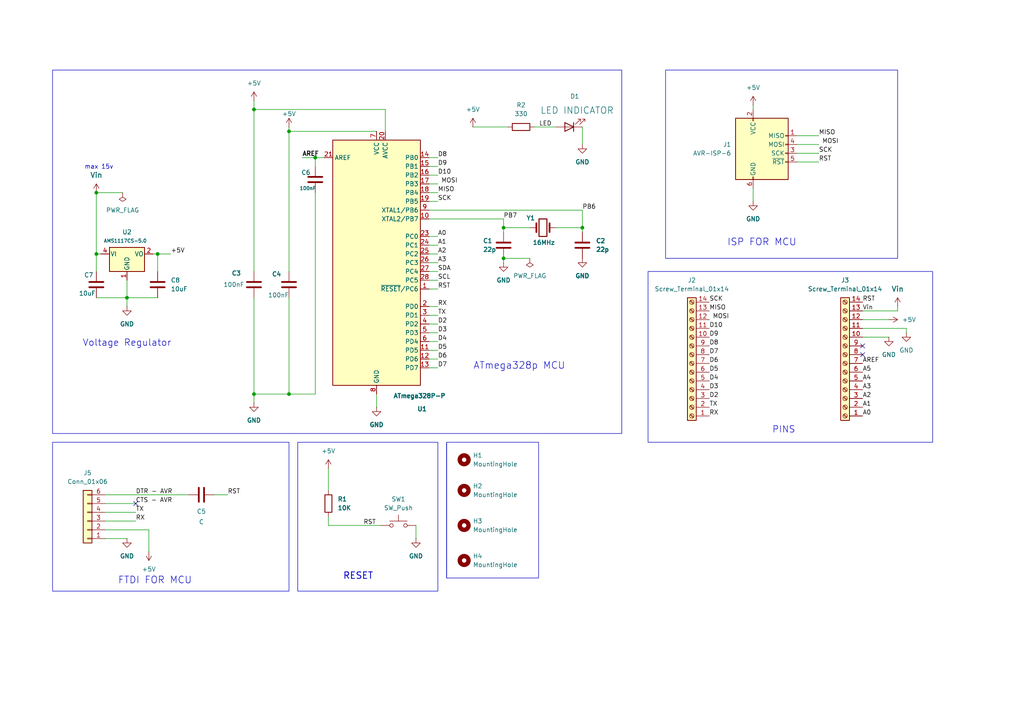
<source format=kicad_sch>
(kicad_sch (version 20250114) (generator "eeschema") (generator_version "9.0")
  (paper "A4")
  (lib_symbols
    (symbol "Connector:AVR-ISP-6" (pin_names (offset 1.016))
      (property "Reference" "J" (at -6.35 11.43 0))
      (property "Value" "AVR-ISP-6" (at 0 11.43 0))
      (symbol "AVR-ISP-6_0_1"
        (rectangle (start -2.667 10.16) (end -2.413 9.398))
        (rectangle (start -2.667 -6.858) (end -2.413 -7.62))
        (rectangle (start 7.62 10.16) (end -7.62 -7.62) (stroke (width 0.254)) (fill (type background)))
        (rectangle (start 7.62 5.207) (end 6.858 4.953))
        (rectangle (start 7.62 2.667) (end 6.858 2.413))
        (rectangle (start 7.62 0.127) (end 6.858 -0.127))
        (rectangle (start 7.62 -2.413) (end 6.858 -2.667))
      )
      (symbol "AVR-ISP-6_1_1"
        (pin passive line (at -2.54 12.7 270) (length 2.54) (name "VCC") (number "2"))
        (pin passive line (at -2.54 -10.16 90) (length 2.54) (name "GND") (number "6"))
        (pin passive line (at 10.16 5.08 180) (length 2.54) (name "MISO") (number "1"))
        (pin passive line (at 10.16 2.54 180) (length 2.54) (name "MOSI") (number "4"))
        (pin passive line (at 10.16 0 180) (length 2.54) (name "SCK") (number "3"))
        (pin passive line (at 10.16 -2.54 180) (length 2.54) (name "~{RST}") (number "5"))
      )
    )
    (symbol "Connector:Screw_Terminal_01x14" (pin_names (offset 1.016) (hide yes))
      (property "Reference" "J" (at 0 17.78 0))
      (property "Value" "Screw_Terminal_01x14" (at 0 -20.32 0))
      (symbol "Screw_Terminal_01x14_1_1"
        (rectangle (start -1.27 16.51) (end 1.27 -19.05) (stroke (width 0.254)) (fill (type background)))
        (polyline (pts (xy -0.5334 15.5702) (xy 0.3302 14.732)) (stroke (width 0.1524)))
        (polyline (pts (xy -0.5334 13.0302) (xy 0.3302 12.192)) (stroke (width 0.1524)))
        (polyline (pts (xy -0.5334 10.4902) (xy 0.3302 9.652)) (stroke (width 0.1524)))
        (polyline (pts (xy -0.5334 7.9502) (xy 0.3302 7.112)) (stroke (width 0.1524)))
        (polyline (pts (xy -0.5334 5.4102) (xy 0.3302 4.572)) (stroke (width 0.1524)))
        (polyline (pts (xy -0.5334 2.8702) (xy 0.3302 2.032)) (stroke (width 0.1524)))
        (polyline (pts (xy -0.5334 0.3302) (xy 0.3302 -0.508)) (stroke (width 0.1524)))
        (polyline (pts (xy -0.5334 -2.2098) (xy 0.3302 -3.048)) (stroke (width 0.1524)))
        (polyline (pts (xy -0.5334 -4.7498) (xy 0.3302 -5.588)) (stroke (width 0.1524)))
        (polyline (pts (xy -0.5334 -7.2898) (xy 0.3302 -8.128)) (stroke (width 0.1524)))
        (polyline (pts (xy -0.5334 -9.8298) (xy 0.3302 -10.668)) (stroke (width 0.1524)))
        (polyline (pts (xy -0.5334 -12.3698) (xy 0.3302 -13.208)) (stroke (width 0.1524)))
        (polyline (pts (xy -0.5334 -14.9098) (xy 0.3302 -15.748)) (stroke (width 0.1524)))
        (polyline (pts (xy -0.5334 -17.4498) (xy 0.3302 -18.288)) (stroke (width 0.1524)))
        (polyline (pts (xy -0.3556 15.748) (xy 0.508 14.9098)) (stroke (width 0.1524)))
        (polyline (pts (xy -0.3556 13.208) (xy 0.508 12.3698)) (stroke (width 0.1524)))
        (polyline (pts (xy -0.3556 10.668) (xy 0.508 9.8298)) (stroke (width 0.1524)))
        (polyline (pts (xy -0.3556 8.128) (xy 0.508 7.2898)) (stroke (width 0.1524)))
        (polyline (pts (xy -0.3556 5.588) (xy 0.508 4.7498)) (stroke (width 0.1524)))
        (polyline (pts (xy -0.3556 3.048) (xy 0.508 2.2098)) (stroke (width 0.1524)))
        (polyline (pts (xy -0.3556 0.508) (xy 0.508 -0.3302)) (stroke (width 0.1524)))
        (polyline (pts (xy -0.3556 -2.032) (xy 0.508 -2.8702)) (stroke (width 0.1524)))
        (polyline (pts (xy -0.3556 -4.572) (xy 0.508 -5.4102)) (stroke (width 0.1524)))
        (polyline (pts (xy -0.3556 -7.112) (xy 0.508 -7.9502)) (stroke (width 0.1524)))
        (polyline (pts (xy -0.3556 -9.652) (xy 0.508 -10.4902)) (stroke (width 0.1524)))
        (polyline (pts (xy -0.3556 -12.192) (xy 0.508 -13.0302)) (stroke (width 0.1524)))
        (polyline (pts (xy -0.3556 -14.732) (xy 0.508 -15.5702)) (stroke (width 0.1524)))
        (polyline (pts (xy -0.3556 -17.272) (xy 0.508 -18.1102)) (stroke (width 0.1524)))
        (circle (center 0 15.24) (radius 0.635) (stroke (width 0.1524)))
        (circle (center 0 12.7) (radius 0.635) (stroke (width 0.1524)))
        (circle (center 0 10.16) (radius 0.635) (stroke (width 0.1524)))
        (circle (center 0 7.62) (radius 0.635) (stroke (width 0.1524)))
        (circle (center 0 5.08) (radius 0.635) (stroke (width 0.1524)))
        (circle (center 0 2.54) (radius 0.635) (stroke (width 0.1524)))
        (circle (center 0 0) (radius 0.635) (stroke (width 0.1524)))
        (circle (center 0 -2.54) (radius 0.635) (stroke (width 0.1524)))
        (circle (center 0 -5.08) (radius 0.635) (stroke (width 0.1524)))
        (circle (center 0 -7.62) (radius 0.635) (stroke (width 0.1524)))
        (circle (center 0 -10.16) (radius 0.635) (stroke (width 0.1524)))
        (circle (center 0 -12.7) (radius 0.635) (stroke (width 0.1524)))
        (circle (center 0 -15.24) (radius 0.635) (stroke (width 0.1524)))
        (circle (center 0 -17.78) (radius 0.635) (stroke (width 0.1524)))
        (pin passive line (at -5.08 15.24 0) (length 3.81) (name "Pin_1") (number "1"))
        (pin passive line (at -5.08 12.7 0) (length 3.81) (name "Pin_2") (number "2"))
        (pin passive line (at -5.08 10.16 0) (length 3.81) (name "Pin_3") (number "3"))
        (pin passive line (at -5.08 7.62 0) (length 3.81) (name "Pin_4") (number "4"))
        (pin passive line (at -5.08 5.08 0) (length 3.81) (name "Pin_5") (number "5"))
        (pin passive line (at -5.08 2.54 0) (length 3.81) (name "Pin_6") (number "6"))
        (pin passive line (at -5.08 0 0) (length 3.81) (name "Pin_7") (number "7"))
        (pin passive line (at -5.08 -2.54 0) (length 3.81) (name "Pin_8") (number "8"))
        (pin passive line (at -5.08 -5.08 0) (length 3.81) (name "Pin_9") (number "9"))
        (pin passive line (at -5.08 -7.62 0) (length 3.81) (name "Pin_10") (number "10"))
        (pin passive line (at -5.08 -10.16 0) (length 3.81) (name "Pin_11") (number "11"))
        (pin passive line (at -5.08 -12.7 0) (length 3.81) (name "Pin_12") (number "12"))
        (pin passive line (at -5.08 -15.24 0) (length 3.81) (name "Pin_13") (number "13"))
        (pin passive line (at -5.08 -17.78 0) (length 3.81) (name "Pin_14") (number "14"))
      )
    )
    (symbol "Connector_Generic:Conn_01x06" (pin_names (offset 1.016) (hide yes))
      (property "Reference" "J" (at 0 7.62 0))
      (property "Value" "Conn_01x06" (at 0 -10.16 0))
      (symbol "Conn_01x06_1_1"
        (rectangle (start -1.27 6.35) (end 1.27 -8.89) (stroke (width 0.254)) (fill (type background)))
        (rectangle (start -1.27 5.207) (end 0 4.953) (stroke (width 0.1524)))
        (rectangle (start -1.27 2.667) (end 0 2.413) (stroke (width 0.1524)))
        (rectangle (start -1.27 0.127) (end 0 -0.127) (stroke (width 0.1524)))
        (rectangle (start -1.27 -2.413) (end 0 -2.667) (stroke (width 0.1524)))
        (rectangle (start -1.27 -4.953) (end 0 -5.207) (stroke (width 0.1524)))
        (rectangle (start -1.27 -7.493) (end 0 -7.747) (stroke (width 0.1524)))
        (pin passive line (at -5.08 5.08 0) (length 3.81) (name "Pin_1") (number "1"))
        (pin passive line (at -5.08 2.54 0) (length 3.81) (name "Pin_2") (number "2"))
        (pin passive line (at -5.08 0 0) (length 3.81) (name "Pin_3") (number "3"))
        (pin passive line (at -5.08 -2.54 0) (length 3.81) (name "Pin_4") (number "4"))
        (pin passive line (at -5.08 -5.08 0) (length 3.81) (name "Pin_5") (number "5"))
        (pin passive line (at -5.08 -7.62 0) (length 3.81) (name "Pin_6") (number "6"))
      )
    )
    (symbol "Device:C" (pin_numbers (hide yes)) (pin_names (offset 0.254))
      (property "Reference" "C" (at 0.635 2.54 0))
      (property "Value" "C" (at 0.635 -2.54 0))
      (symbol "C_0_1"
        (polyline (pts (xy -2.032 0.762) (xy 2.032 0.762)) (stroke (width 0.508)))
        (polyline (pts (xy -2.032 -0.762) (xy 2.032 -0.762)) (stroke (width 0.508)))
      )
      (symbol "C_1_1"
        (pin passive line (at 0 3.81 270) (length 2.794) (name "~") (number "1"))
        (pin passive line (at 0 -3.81 90) (length 2.794) (name "~") (number "2"))
      )
    )
    (symbol "Device:Crystal" (pin_numbers (hide yes)) (pin_names (offset 1.016) (hide yes))
      (property "Reference" "Y" (at 0 3.81 0))
      (property "Value" "Crystal" (at 0 -3.81 0))
      (symbol "Crystal_0_1"
        (polyline (pts (xy -2.54 0) (xy -1.905 0)))
        (polyline (pts (xy -1.905 -1.27) (xy -1.905 1.27)) (stroke (width 0.508)))
        (rectangle (start -1.143 2.54) (end 1.143 -2.54) (stroke (width 0.3048)))
        (polyline (pts (xy 1.905 -1.27) (xy 1.905 1.27)) (stroke (width 0.508)))
        (polyline (pts (xy 2.54 0) (xy 1.905 0)))
      )
      (symbol "Crystal_1_1"
        (pin passive line (at -3.81 0 0) (length 1.27) (name "1") (number "1"))
        (pin passive line (at 3.81 0 180) (length 1.27) (name "2") (number "2"))
      )
    )
    (symbol "Device:LED" (pin_numbers (hide yes)) (pin_names (offset 1.016) (hide yes))
      (property "Reference" "D" (at 0 2.54 0))
      (property "Value" "LED" (at 0 -2.54 0))
      (symbol "LED_0_1"
        (polyline (pts (xy -3.048 -0.762) (xy -4.572 -2.286) (xy -3.81 -2.286) (xy -4.572 -2.286) (xy -4.572 -1.524)))
        (polyline (pts (xy -1.778 -0.762) (xy -3.302 -2.286) (xy -2.54 -2.286) (xy -3.302 -2.286) (xy -3.302 -1.524)))
        (polyline (pts (xy -1.27 0) (xy 1.27 0)))
        (polyline (pts (xy -1.27 -1.27) (xy -1.27 1.27)) (stroke (width 0.254)))
        (polyline (pts (xy 1.27 -1.27) (xy 1.27 1.27) (xy -1.27 0) (xy 1.27 -1.27)) (stroke (width 0.254)))
      )
      (symbol "LED_1_1"
        (pin passive line (at -3.81 0 0) (length 2.54) (name "K") (number "1"))
        (pin passive line (at 3.81 0 180) (length 2.54) (name "A") (number "2"))
      )
    )
    (symbol "Device:R" (pin_numbers (hide yes)) (pin_names (offset 0))
      (property "Reference" "R" (at 2.032 0 90))
      (property "Value" "R" (at 0 0 90))
      (symbol "R_0_1"
        (rectangle (start -1.016 -2.54) (end 1.016 2.54) (stroke (width 0.254)))
      )
      (symbol "R_1_1"
        (pin passive line (at 0 3.81 270) (length 1.27) (name "~") (number "1"))
        (pin passive line (at 0 -3.81 90) (length 1.27) (name "~") (number "2"))
      )
    )
    (symbol "MCU_Microchip_ATmega:ATmega328P-P"
      (property "Reference" "U" (at -12.7 36.83 0))
      (property "Value" "ATmega328P-P" (at 2.54 -36.83 0))
      (symbol "ATmega328P-P_0_1"
        (rectangle (start -12.7 -35.56) (end 12.7 35.56) (stroke (width 0.254)) (fill (type background)))
      )
      (symbol "ATmega328P-P_1_1"
        (pin passive line (at -15.24 30.48 0) (length 2.54) (name "AREF") (number "21"))
        (pin power_in line (at 0 38.1 270) (length 2.54) (name "VCC") (number "7"))
        (pin passive line (at 0 -38.1 90) (length 2.54) (hide yes) (name "GND") (number "22"))
        (pin power_in line (at 0 -38.1 90) (length 2.54) (name "GND") (number "8"))
        (pin power_in line (at 2.54 38.1 270) (length 2.54) (name "AVCC") (number "20"))
        (pin bidirectional line (at 15.24 30.48 180) (length 2.54) (name "PB0") (number "14"))
        (pin bidirectional line (at 15.24 27.94 180) (length 2.54) (name "PB1") (number "15"))
        (pin bidirectional line (at 15.24 25.4 180) (length 2.54) (name "PB2") (number "16"))
        (pin bidirectional line (at 15.24 22.86 180) (length 2.54) (name "PB3") (number "17"))
        (pin bidirectional line (at 15.24 20.32 180) (length 2.54) (name "PB4") (number "18"))
        (pin bidirectional line (at 15.24 17.78 180) (length 2.54) (name "PB5") (number "19"))
        (pin bidirectional line (at 15.24 15.24 180) (length 2.54) (name "XTAL1/PB6") (number "9"))
        (pin bidirectional line (at 15.24 12.7 180) (length 2.54) (name "XTAL2/PB7") (number "10"))
        (pin bidirectional line (at 15.24 7.62 180) (length 2.54) (name "PC0") (number "23"))
        (pin bidirectional line (at 15.24 5.08 180) (length 2.54) (name "PC1") (number "24"))
        (pin bidirectional line (at 15.24 2.54 180) (length 2.54) (name "PC2") (number "25"))
        (pin bidirectional line (at 15.24 0 180) (length 2.54) (name "PC3") (number "26"))
        (pin bidirectional line (at 15.24 -2.54 180) (length 2.54) (name "PC4") (number "27"))
        (pin bidirectional line (at 15.24 -5.08 180) (length 2.54) (name "PC5") (number "28"))
        (pin bidirectional line (at 15.24 -7.62 180) (length 2.54) (name "~{RESET}/PC6") (number "1"))
        (pin bidirectional line (at 15.24 -12.7 180) (length 2.54) (name "PD0") (number "2"))
        (pin bidirectional line (at 15.24 -15.24 180) (length 2.54) (name "PD1") (number "3"))
        (pin bidirectional line (at 15.24 -17.78 180) (length 2.54) (name "PD2") (number "4"))
        (pin bidirectional line (at 15.24 -20.32 180) (length 2.54) (name "PD3") (number "5"))
        (pin bidirectional line (at 15.24 -22.86 180) (length 2.54) (name "PD4") (number "6"))
        (pin bidirectional line (at 15.24 -25.4 180) (length 2.54) (name "PD5") (number "11"))
        (pin bidirectional line (at 15.24 -27.94 180) (length 2.54) (name "PD6") (number "12"))
        (pin bidirectional line (at 15.24 -30.48 180) (length 2.54) (name "PD7") (number "13"))
      )
    )
    (symbol "Mechanical:MountingHole" (pin_names (offset 1.016)) (in_bom no)
      (property "Reference" "H" (at 0 5.08 0))
      (property "Value" "MountingHole" (at 0 3.175 0))
      (symbol "MountingHole_0_1"
        (circle (center 0 0) (radius 1.27) (stroke (width 1.27)))
      )
    )
    (symbol "Regulator_Linear:AMS1117CS-5.0" (pin_names (offset 0.254))
      (property "Reference" "U" (at -3.81 3.175 0))
      (property "Value" "AMS1117CS-5.0" (at 0 3.175 0))
      (symbol "AMS1117CS-5.0_0_1"
        (rectangle (start -5.08 -5.08) (end 5.08 1.905) (stroke (width 0.254)) (fill (type background)))
      )
      (symbol "AMS1117CS-5.0_1_1"
        (pin power_in line (at -7.62 0 0) (length 2.54) (name "VI") (number "4"))
        (pin no_connect line (at -2.54 -2.54 180) (length 2.54) (hide yes) (name "NC") (number "5"))
        (pin power_in line (at 0 -7.62 90) (length 2.54) (name "GND") (number "1"))
        (pin no_connect line (at 2.54 -2.54 0) (length 2.54) (hide yes) (name "NC") (number "8"))
        (pin power_out line (at 7.62 0 180) (length 2.54) (name "VO") (number "2"))
        (pin passive line (at 7.62 0 180) (length 2.54) (hide yes) (name "VO") (number "3"))
        (pin passive line (at 7.62 0 180) (length 2.54) (hide yes) (name "VO") (number "6"))
        (pin passive line (at 7.62 0 180) (length 2.54) (hide yes) (name "VO") (number "7"))
      )
    )
    (symbol "Switch:SW_Push" (pin_numbers (hide yes)) (pin_names (offset 1.016) (hide yes))
      (property "Reference" "SW" (at 1.27 2.54 0))
      (property "Value" "SW_Push" (at 0 -1.524 0))
      (symbol "SW_Push_0_1"
        (circle (center -2.032 0) (radius 0.508))
        (polyline (pts (xy 0 1.27) (xy 0 3.048)))
        (circle (center 2.032 0) (radius 0.508))
        (polyline (pts (xy 2.54 1.27) (xy -2.54 1.27)))
        (pin passive line (at -5.08 0 0) (length 2.54) (name "1") (number "1"))
        (pin passive line (at 5.08 0 180) (length 2.54) (name "2") (number "2"))
      )
    )
    (symbol "power:+5V" (power) (pin_numbers (hide yes)) (pin_names (offset 0) (hide yes))
      (property "Value" "+5V" (at 0 3.556 0))
      (symbol "+5V_0_1"
        (polyline (pts (xy -0.762 1.27) (xy 0 2.54)))
        (polyline (pts (xy 0 2.54) (xy 0.762 1.27)))
        (polyline (pts (xy 0 0) (xy 0 2.54)))
      )
      (symbol "+5V_1_1"
        (pin power_in line (at 0 0 90) (length 0) (name "~") (number "1"))
      )
    )
    (symbol "power:GND" (power) (pin_numbers (hide yes)) (pin_names (offset 0) (hide yes))
      (property "Value" "GND" (at 0 -3.81 0))
      (symbol "GND_0_1"
        (polyline (pts (xy 0 0) (xy 0 -1.27) (xy 1.27 -1.27) (xy 0 -2.54) (xy -1.27 -1.27) (xy 0 -1.27)))
      )
      (symbol "GND_1_1"
        (pin power_in line (at 0 0 270) (length 0) (name "~") (number "1"))
      )
    )
    (symbol "power:PWR_FLAG" (power) (pin_numbers (hide yes)) (pin_names (offset 0) (hide yes))
      (property "Value" "PWR_FLAG" (at 0 3.81 0))
      (symbol "PWR_FLAG_0_0"
        (pin power_out line (at 0 0 90) (length 0) (name "~") (number "1"))
      )
      (symbol "PWR_FLAG_0_1"
        (polyline (pts (xy 0 0) (xy 0 1.27) (xy -1.016 1.905) (xy 0 2.54) (xy 1.016 1.905) (xy 0 1.27)))
      )
    )
  )
  (rectangle (start 15.24 128.27) (end 83.82 171.45))
  (rectangle (start 86.36 128.27) (end 127 171.45))
  (rectangle (start 129.54 128.27) (end 156.21 167.64))
  (rectangle (start 129.54 128.27) (end 129.54 167.64))
  (rectangle (start 193.04 20.32) (end 260.35 74.93))
  (rectangle (start 187.96 78.74) (end 270.51 128.27))
  (rectangle (start 15.24 20.32) (end 180.34 125.73))
  (text "ATmega328p MCU" (at 150.622 106.172 0) (effects (font (size 1.99 1.99))))
  (text "max 15v" (at 28.702 48.514 0) (effects (font (size 1.27 1.27))))
  (text "FTDI FOR MCU" (at 44.958 168.402 0) (effects (font (size 1.99 1.99))))
  (text "RESET" (at 103.886 167.132 0) (effects (font (size 1.9 1.9) (thickness 0.2375))))
  (text "ISP FOR MCU" (at 220.98 70.358 0) (effects (font (size 1.99 1.99))))
  (text "PINS" (at 227.33 124.714 0) (effects (font (size 1.9 1.9))))
  (text "Voltage Regulator" (at 36.83 99.568 0) (effects (font (size 1.9 1.9))))
  (junction (at 45.72 73.66))
  (junction (at 73.66 31.75))
  (junction (at 146.05 74.93))
  (junction (at 73.66 114.3))
  (junction (at 36.83 86.36))
  (junction (at 83.82 38.1))
  (junction (at 83.82 114.3))
  (junction (at 146.05 66.04))
  (junction (at 27.94 73.66))
  (junction (at 27.94 55.88))
  (junction (at 168.91 66.04))
  (junction (at 91.44 45.72))
  (no_connect (at 250.19 102.87))
  (no_connect (at 250.19 100.33))
  (no_connect (at 39.37 146.05))
  (wire (pts (xy 73.66 29.21) (xy 73.66 31.75)))
  (wire (pts (xy 91.44 114.3) (xy 83.82 114.3)))
  (wire (pts (xy 91.44 45.72) (xy 93.98 45.72)))
  (wire (pts (xy 124.46 73.66) (xy 127 73.66)))
  (wire (pts (xy 124.46 96.52) (xy 127 96.52)))
  (wire (pts (xy 43.18 153.67) (xy 43.18 160.02)))
  (wire (pts (xy 45.72 73.66) (xy 44.45 73.66)))
  (wire (pts (xy 45.72 86.36) (xy 36.83 86.36)))
  (wire (pts (xy 124.46 68.58) (xy 127 68.58)))
  (wire (pts (xy 124.46 99.06) (xy 127 99.06)))
  (wire (pts (xy 45.72 78.74) (xy 45.72 73.66)))
  (wire (pts (xy 27.94 86.36) (xy 36.83 86.36)))
  (wire (pts (xy 87.63 45.72) (xy 91.44 45.72)))
  (wire (pts (xy 124.46 60.96) (xy 168.91 60.96)))
  (wire (pts (xy 250.19 92.71) (xy 257.81 92.71)))
  (wire (pts (xy 83.82 36.83) (xy 83.82 38.1)))
  (wire (pts (xy 124.46 104.14) (xy 127 104.14)))
  (wire (pts (xy 168.91 66.04) (xy 168.91 67.31)))
  (wire (pts (xy 260.35 88.9) (xy 260.35 90.17)))
  (wire (pts (xy 95.25 135.89) (xy 95.25 142.24)))
  (wire (pts (xy 124.46 101.6) (xy 127 101.6)))
  (wire (pts (xy 27.94 78.74) (xy 27.94 73.66)))
  (wire (pts (xy 260.35 90.17) (xy 250.19 90.17)))
  (wire (pts (xy 124.46 83.82) (xy 127 83.82)))
  (wire (pts (xy 153.67 74.93) (xy 146.05 74.93)))
  (wire (pts (xy 168.91 60.96) (xy 168.91 66.04)))
  (wire (pts (xy 231.14 39.37) (xy 237.49 39.37)))
  (wire (pts (xy 30.48 151.13) (xy 39.37 151.13)))
  (wire (pts (xy 83.82 86.36) (xy 83.82 114.3)))
  (wire (pts (xy 73.66 116.84) (xy 73.66 114.3)))
  (wire (pts (xy 109.22 38.1) (xy 83.82 38.1)))
  (wire (pts (xy 36.83 88.9) (xy 36.83 86.36)))
  (wire (pts (xy 218.44 30.48) (xy 218.44 31.75)))
  (wire (pts (xy 124.46 55.88) (xy 127 55.88)))
  (wire (pts (xy 83.82 114.3) (xy 73.66 114.3)))
  (wire (pts (xy 231.14 44.45) (xy 237.49 44.45)))
  (wire (pts (xy 120.65 152.4) (xy 120.65 156.21)))
  (wire (pts (xy 124.46 50.8) (xy 127 50.8)))
  (wire (pts (xy 95.25 149.86) (xy 95.25 152.4)))
  (wire (pts (xy 30.48 153.67) (xy 43.18 153.67)))
  (wire (pts (xy 146.05 76.2) (xy 146.05 74.93)))
  (wire (pts (xy 124.46 63.5) (xy 146.05 63.5)))
  (wire (pts (xy 218.44 54.61) (xy 218.44 58.42)))
  (wire (pts (xy 49.53 73.66) (xy 45.72 73.66)))
  (wire (pts (xy 91.44 45.72) (xy 91.44 48.26)))
  (wire (pts (xy 95.25 152.4) (xy 110.49 152.4)))
  (wire (pts (xy 109.22 114.3) (xy 109.22 118.11)))
  (wire (pts (xy 154.94 36.83) (xy 161.29 36.83)))
  (wire (pts (xy 124.46 71.12) (xy 127 71.12)))
  (wire (pts (xy 146.05 66.04) (xy 146.05 67.31)))
  (wire (pts (xy 73.66 31.75) (xy 111.76 31.75)))
  (wire (pts (xy 124.46 76.2) (xy 127 76.2)))
  (wire (pts (xy 168.91 36.83) (xy 168.91 41.91)))
  (wire (pts (xy 35.56 55.88) (xy 27.94 55.88)))
  (wire (pts (xy 124.46 81.28) (xy 127 81.28)))
  (wire (pts (xy 146.05 63.5) (xy 146.05 66.04)))
  (wire (pts (xy 124.46 58.42) (xy 127 58.42)))
  (wire (pts (xy 30.48 146.05) (xy 39.37 146.05)))
  (wire (pts (xy 124.46 106.68) (xy 127 106.68)))
  (wire (pts (xy 250.19 97.79) (xy 257.81 97.79)))
  (wire (pts (xy 137.16 36.83) (xy 147.32 36.83)))
  (wire (pts (xy 124.46 48.26) (xy 127 48.26)))
  (wire (pts (xy 124.46 53.34) (xy 127 53.34)))
  (wire (pts (xy 66.04 143.51) (xy 62.23 143.51)))
  (wire (pts (xy 161.29 66.04) (xy 168.91 66.04)))
  (wire (pts (xy 30.48 156.21) (xy 36.83 156.21)))
  (wire (pts (xy 83.82 38.1) (xy 83.82 78.74)))
  (wire (pts (xy 30.48 143.51) (xy 54.61 143.51)))
  (wire (pts (xy 111.76 38.1) (xy 111.76 31.75)))
  (wire (pts (xy 124.46 88.9) (xy 127 88.9)))
  (wire (pts (xy 124.46 78.74) (xy 127 78.74)))
  (wire (pts (xy 153.67 66.04) (xy 146.05 66.04)))
  (wire (pts (xy 30.48 148.59) (xy 39.37 148.59)))
  (wire (pts (xy 124.46 93.98) (xy 127 93.98)))
  (wire (pts (xy 262.89 95.25) (xy 262.89 96.52)))
  (wire (pts (xy 250.19 95.25) (xy 262.89 95.25)))
  (wire (pts (xy 73.66 31.75) (xy 73.66 78.74)))
  (wire (pts (xy 91.44 55.88) (xy 91.44 114.3)))
  (wire (pts (xy 73.66 86.36) (xy 73.66 114.3)))
  (wire (pts (xy 27.94 73.66) (xy 29.21 73.66)))
  (wire (pts (xy 27.94 55.88) (xy 27.94 73.66)))
  (wire (pts (xy 231.14 41.91) (xy 237.49 41.91)))
  (wire (pts (xy 231.14 46.99) (xy 237.49 46.99)))
  (wire (pts (xy 36.83 81.28) (xy 36.83 86.36)))
  (wire (pts (xy 124.46 45.72) (xy 127 45.72)))
  (wire (pts (xy 124.46 91.44) (xy 127 91.44)))
  (label "SCK" (at 127 58.42 0))
  (label "D4" (at 205.74 110.49 0))
  (label "A1" (at 127 71.12 0))
  (label "Vin" (at 250.19 90.17 0))
  (label "SCK" (at 205.74 87.63 0))
  (label "D10" (at 127 50.8 0))
  (label "PB6" (at 168.91 60.96 0))
  (label "A3" (at 250.19 113.03 0))
  (label "D4" (at 127 99.06 0))
  (label "RX" (at 127 88.9 0))
  (label "TX" (at 205.74 118.11 0))
  (label "SCL" (at 127 81.28 0))
  (label " MOSI" (at 127 53.34 0))
  (label " MOSI" (at 205.74 92.71 0))
  (label "D6" (at 127 104.14 0))
  (label "PB7" (at 146.05 63.5 0))
  (label "CTS - AVR" (at 39.37 146.05 0))
  (label "RST " (at 127 83.82 0))
  (label "+5V" (at 49.53 73.66 0))
  (label "RST " (at 105.41 152.4 0))
  (label "A0" (at 250.19 120.65 0))
  (label "D8" (at 205.74 100.33 0))
  (label "D3" (at 127 96.52 0))
  (label "A5" (at 250.19 107.95 0))
  (label "RST " (at 66.04 143.51 0))
  (label "MISO" (at 237.49 39.37 0))
  (label "D8" (at 127 45.72 0))
  (label "A3" (at 127 76.2 0))
  (label "D9" (at 127 48.26 0))
  (label "SDA" (at 127 78.74 0))
  (label "D9" (at 205.74 97.79 0))
  (label "TX" (at 127 91.44 0))
  (label "D5" (at 127 101.6 0))
  (label "LED" (at 160.02 36.83 180))
  (label "RX" (at 205.74 120.65 0))
  (label "D2" (at 205.74 115.57 0))
  (label "RST " (at 250.19 87.63 0))
  (label "D5" (at 205.74 107.95 0))
  (label "D3" (at 205.74 113.03 0))
  (label "DTR - AVR" (at 39.37 143.51 0))
  (label "D10" (at 205.74 95.25 0))
  (label "RX" (at 39.37 151.13 0))
  (label "RST " (at 237.49 46.99 0))
  (label "MISO" (at 127 55.88 0))
  (label "TX" (at 39.37 148.59 0))
  (label "A0" (at 127 68.58 0))
  (label "MISO" (at 205.74 90.17 0))
  (label "AREF" (at 87.63 45.72 0) (effects (font (thickness 0.254) (bold yes))))
  (label "A2" (at 250.19 115.57 0))
  (label "SCK" (at 237.49 44.45 0))
  (label " MOSI" (at 237.49 41.91 0))
  (label "AREF" (at 250.19 105.41 0) (effects (font (thickness 0.1588))))
  (label "D7" (at 205.74 102.87 0))
  (label "A2" (at 127 73.66 0))
  (label "A4" (at 250.19 110.49 0))
  (label "A1" (at 250.19 118.11 0))
  (label "D2" (at 127 93.98 0))
  (label "D6" (at 205.74 105.41 0))
  (label "D7" (at 127 106.68 0))
  (symbol (lib_id "power:GND") (at 146.05 76.2 0) (unit 1)
    (property "Reference" "#PWR01" (effects (hide yes)))
    (property "Value" "GND" (at 146.05 81.28 0) (effects (font (thickness 0.254) (bold yes))))
    (property "Description" "Power symbol creates a global label with name \"GND\" , ground" (effects (hide yes)))
  )
  (symbol (lib_id "power:GND") (at 73.66 116.84 0) (unit 1)
    (property "Reference" "#PWR05" (effects (hide yes)))
    (property "Value" "GND" (at 73.66 121.92 0) (effects (font (thickness 0.254) (bold yes))))
    (property "Description" "Power symbol creates a global label with name \"GND\" , ground" (effects (hide yes)))
  )
  (symbol (lib_id "power:GND") (at 109.22 118.11 0) (unit 1)
    (property "Reference" "#PWR03" (effects (hide yes)))
    (property "Value" "GND" (at 109.22 123.19 0) (effects (font (thickness 0.254) (bold yes))))
    (property "Description" "Power symbol creates a global label with name \"GND\" , ground" (effects (hide yes)))
  )
  (symbol (lib_id "power:GND") (at 257.81 97.79 0) (unit 1)
    (property "Reference" "#PWR018" (effects (hide yes)))
    (property "Value" "GND" (at 257.81 102.87 0))
    (property "Description" "Power symbol creates a global label with name \"GND\" , ground" (effects (hide yes)))
  )
  (symbol (lib_id "power:+5V") (at 257.81 92.71 270) (unit 1)
    (property "Reference" "#PWR017" (effects (hide yes)))
    (property "Value" "+5V" (at 261.62 92.7099 90) (effects (justify left)))
    (property "Description" "Power symbol creates a global label with name \"+5V\"" (effects (hide yes)))
  )
  (symbol (lib_id "power:+5V") (at 95.25 135.89 0) (unit 1)
    (property "Reference" "#PWR016" (effects (hide yes)))
    (property "Value" "+5V" (at 95.25 130.81 0))
    (property "Description" "Power symbol creates a global label with name \"+5V\"" (effects (hide yes)))
  )
  (symbol (lib_id "Mechanical:MountingHole") (at 134.62 152.4 0) (unit 1) (in_bom no)
    (property "Reference" "H3" (at 137.16 151.1299 0) (effects (justify left)))
    (property "Value" "MountingHole" (at 137.16 153.6699 0) (effects (justify left)))
    (property "Footprint" "MountingHole:MountingHole_2.2mm_M2" (effects (hide yes)))
    (property "Description" "Mounting Hole without connection" (effects (hide yes)))
  )
  (symbol (lib_id "power:PWR_FLAG") (at 35.56 55.88 180) (unit 1)
    (property "Reference" "#FLG02" (effects (hide yes)))
    (property "Value" "PWR_FLAG" (at 35.56 60.96 0))
    (property "Description" "Special symbol for telling ERC where power comes from" (effects (hide yes)))
  )
  (symbol (lib_id "Device:R") (at 95.25 146.05 0) (unit 1)
    (property "Reference" "R1" (at 97.79 144.78 0) (effects (font (thickness 0.254) (bold yes)) (justify left)))
    (property "Value" "10K" (at 97.79 147.32 0) (effects (font (thickness 0.254) (bold yes)) (justify left)))
    (property "Footprint" "Resistor_SMD:R_0805_2012Metric" (effects (hide yes)))
    (property "Description" "Resistor" (effects (hide yes)))
  )
  (symbol (lib_id "power:+5V") (at 260.35 88.9 0) (unit 1)
    (property "Reference" "#PWR020" (effects (hide yes)))
    (property "Value" "Vin" (at 260.35 83.82 0) (effects (font (size 1.5 1.5) (thickness 0.254) (bold yes))))
    (property "Description" "Power symbol creates a global label with name \"+5V\"" (effects (hide yes)))
  )
  (symbol (lib_id "power:+5V") (at 73.66 29.21 0) (unit 1)
    (property "Reference" "#PWR09" (effects (hide yes)))
    (property "Value" "+5V" (at 73.66 24.13 0))
    (property "Description" "Power symbol creates a global label with name \"+5V\"" (effects (hide yes)))
  )
  (symbol (lib_id "Switch:SW_Push") (at 115.57 152.4 0) (unit 1)
    (property "Reference" "SW1" (at 115.57 144.78 0))
    (property "Value" "SW_Push" (at 115.57 147.32 0))
    (property "Footprint" "Button_Switch_THT:SW_PUSH_6mm" (effects (hide yes)))
    (property "Description" "Push button switch, generic, two pins" (effects (hide yes)))
  )
  (symbol (lib_id "Device:R") (at 151.13 36.83 90) (unit 1)
    (property "Reference" "R2" (at 151.13 30.48 90))
    (property "Value" "330" (at 151.13 33.02 90))
    (property "Footprint" "Resistor_SMD:R_0805_2012Metric" (effects (hide yes)))
    (property "Description" "Resistor" (effects (hide yes)))
  )
  (symbol (lib_id "power:GND") (at 262.89 96.52 0) (unit 1)
    (property "Reference" "#PWR019" (effects (hide yes)))
    (property "Value" "GND" (at 262.89 101.6 0))
    (property "Description" "Power symbol creates a global label with name \"GND\" , ground" (effects (hide yes)))
  )
  (symbol (lib_id "power:+5V") (at 218.44 30.48 0) (unit 1)
    (property "Reference" "#PWR014" (effects (hide yes)))
    (property "Value" "+5V" (at 218.44 25.4 0))
    (property "Description" "Power symbol creates a global label with name \"+5V\"" (effects (hide yes)))
  )
  (symbol (lib_id "power:PWR_FLAG") (at 153.67 74.93 180) (unit 1)
    (property "Reference" "#FLG01" (effects (hide yes)))
    (property "Value" "PWR_FLAG" (at 153.67 80.01 0))
    (property "Description" "Special symbol for telling ERC where power comes from" (effects (hide yes)))
  )
  (symbol (lib_id "power:GND") (at 168.91 74.93 0) (unit 1)
    (property "Reference" "#PWR02" (effects (hide yes)))
    (property "Value" "GND" (at 168.91 80.01 0) (effects (font (thickness 0.254) (bold yes))))
    (property "Description" "Power symbol creates a global label with name \"GND\" , ground" (effects (hide yes)))
  )
  (symbol (lib_id "MCU_Microchip_ATmega:ATmega328P-P") (at 109.22 76.2 0) (unit 1)
    (property "Reference" "U1" (at 122.428 118.618 0) (effects (font (thickness 0.254) (bold yes))))
    (property "Value" "ATmega328P-P" (at 121.666 114.808 0) (effects (font (thickness 0.254) (bold yes))))
    (property "Footprint" "Package_DIP:DIP-28_W7.62mm" (effects (hide yes)))
    (property "Datasheet" "http://ww1.microchip.com/downloads/en/DeviceDoc/ATmega328_P%20AVR%20MCU%20with%20picoPower%20Technology%20Data%20Sheet%2040001984A.pdf" (effects (hide yes)))
    (property "Description" "20MHz, 32kB Flash, 2kB SRAM, 1kB EEPROM, DIP-28" (effects (hide yes)))
  )
  (symbol (lib_id "Mechanical:MountingHole") (at 134.62 162.56 0) (unit 1) (in_bom no)
    (property "Reference" "H4" (at 137.16 161.2899 0) (effects (justify left)))
    (property "Value" "MountingHole" (at 137.16 163.8299 0) (effects (justify left)))
    (property "Footprint" "MountingHole:MountingHole_2.2mm_M2" (effects (hide yes)))
    (property "Description" "Mounting Hole without connection" (effects (hide yes)))
  )
  (symbol (lib_id "power:+5V") (at 83.82 36.83 0) (unit 1)
    (property "Reference" "#PWR012" (effects (hide yes)))
    (property "Value" "+5V" (at 83.82 33.02 0))
    (property "Description" "Power symbol creates a global label with name \"+5V\"" (effects (hide yes)))
  )
  (symbol (lib_id "Mechanical:MountingHole") (at 134.62 133.35 0) (unit 1) (in_bom no)
    (property "Reference" "H1" (at 137.16 132.0799 0) (effects (justify left)))
    (property "Value" "MountingHole" (at 137.16 134.6199 0) (effects (justify left)))
    (property "Footprint" "MountingHole:MountingHole_2.2mm_M2" (effects (hide yes)))
    (property "Description" "Mounting Hole without connection" (effects (hide yes)))
  )
  (symbol (lib_id "power:+5V") (at 27.94 55.88 0) (unit 1)
    (property "Reference" "#PWR04" (effects (hide yes)))
    (property "Value" "Vin" (at 27.94 50.8 0) (effects (font (size 1.5 1.5) (thickness 0.254) (bold yes))))
    (property "Description" "Power symbol creates a global label with name \"+5V\"" (effects (hide yes)))
  )
  (symbol (lib_id "Device:C") (at 146.05 71.12 0) (unit 1)
    (property "Reference" "C1" (at 139.954 69.8501 0) (effects (font (thickness 0.254) (bold yes)) (justify left)))
    (property "Value" "22p" (at 139.954 72.39 0) (effects (font (thickness 0.254) (bold yes)) (justify left)))
    (property "Footprint" "Capacitor_SMD:C_0805_2012Metric" (effects (hide yes)))
    (property "Description" "Unpolarized capacitor" (effects (hide yes)))
  )
  (symbol (lib_id "Connector_Generic:Conn_01x06") (at 25.4 151.13 180) (unit 1)
    (property "Reference" "J5" (at 25.4 137.16 0))
    (property "Value" "Conn_01x06" (at 25.4 139.7 0))
    (property "Footprint" "Connector_PinHeader_2.54mm:PinHeader_1x06_P2.54mm_Vertical" (effects (hide yes)))
    (property "Description" "Generic connector, single row, 01x06, script generated (kicad-library-utils/schlib/autogen/connector/)" (effects (hide yes)))
  )
  (symbol (lib_id "power:+5V") (at 137.16 36.83 0) (unit 1)
    (property "Reference" "#PWR013" (effects (hide yes)))
    (property "Value" "+5V" (at 137.16 31.75 0))
    (property "Description" "Power symbol creates a global label with name \"+5V\"" (effects (hide yes)))
  )
  (symbol (lib_id "Device:C") (at 91.44 52.07 180) (unit 1)
    (property "Reference" "C6" (at 87.376 50.038 0) (effects (justify right)))
    (property "Value" "100nF" (at 86.868 54.61 0) (effects (font (size 1 1)) (justify right)))
    (property "Footprint" "Capacitor_SMD:C_0805_2012Metric" (effects (hide yes)))
    (property "Description" "Unpolarized capacitor" (effects (hide yes)))
  )
  (symbol (lib_id "Device:C") (at 73.66 82.55 0) (unit 1)
    (property "Reference" "C3" (at 67.056 79.248 0) (effects (font (thickness 0.254) (bold yes)) (justify left)))
    (property "Value" "100nF" (at 64.77 82.55 0) (effects (justify left)))
    (property "Footprint" "Capacitor_SMD:C_0805_2012Metric" (effects (hide yes)))
    (property "Description" "Unpolarized capacitor" (effects (hide yes)))
  )
  (symbol (lib_id "power:GND") (at 36.83 88.9 0) (unit 1)
    (property "Reference" "#PWR011" (effects (hide yes)))
    (property "Value" "GND" (at 36.83 93.98 0) (effects (font (thickness 0.254) (bold yes))))
    (property "Description" "Power symbol creates a global label with name \"GND\" , ground" (effects (hide yes)))
  )
  (symbol (lib_id "Device:C") (at 45.72 82.55 0) (unit 1)
    (property "Reference" "C8" (at 49.53 81.2799 0) (effects (justify left)))
    (property "Value" "10uF" (at 49.53 83.8199 0) (effects (justify left)))
    (property "Footprint" "Capacitor_SMD:C_0805_2012Metric" (effects (hide yes)))
    (property "Description" "Unpolarized capacitor" (effects (hide yes)))
  )
  (symbol (lib_id "Device:C") (at 168.91 71.12 0) (unit 1)
    (property "Reference" "C2" (at 172.72 69.85 0) (effects (font (thickness 0.254) (bold yes)) (justify left)))
    (property "Value" "22p" (at 172.72 72.39 0) (effects (font (thickness 0.254) (bold yes)) (justify left)))
    (property "Footprint" "Capacitor_SMD:C_0805_2012Metric" (effects (hide yes)))
    (property "Description" "Unpolarized capacitor" (effects (hide yes)))
  )
  (symbol (lib_id "Connector:AVR-ISP-6") (at 220.98 44.45 0) (unit 1)
    (property "Reference" "J1" (at 212.09 41.9099 0) (effects (justify right)))
    (property "Value" "AVR-ISP-6" (at 212.09 44.4499 0) (effects (justify right)))
    (property "Footprint" "Connector_PinHeader_2.54mm:PinHeader_1x06_P2.54mm_Vertical" (effects (hide yes)))
    (property "Description" "Atmel 6-pin ISP connector" (effects (hide yes)))
  )
  (symbol (lib_id "Device:Crystal") (at 157.48 66.04 0) (unit 1)
    (property "Reference" "Y1" (at 153.924 63.246 0) (effects (font (thickness 0.254) (bold yes))))
    (property "Value" "16MHz" (at 157.734 70.358 0) (effects (font (thickness 0.254) (bold yes))))
    (property "Footprint" "Crystal:Crystal_HC49-4H_Vertical" (effects (hide yes)))
    (property "Description" "Two pin crystal" (effects (hide yes)))
  )
  (symbol (lib_id "Regulator_Linear:AMS1117CS-5.0") (at 36.83 73.66 0) (unit 1)
    (property "Reference" "U2" (at 36.83 67.31 0))
    (property "Value" "AMS1117CS-5.0" (at 36.322 69.85 0) (effects (font (size 1 1))))
    (property "Footprint" "Package_SO:SOIC-8_3.9x4.9mm_P1.27mm" (effects (hide yes)))
    (property "Datasheet" "http://www.advanced-monolithic.com/pdf/ds1117.pdf" (effects (hide yes)))
    (property "Description" "1A Low Dropout regulator, positive, 5.0V fixed output, SOIC-8" (effects (hide yes)))
  )
  (symbol (lib_id "Mechanical:MountingHole") (at 134.62 142.24 0) (unit 1) (in_bom no)
    (property "Reference" "H2" (at 137.16 140.9699 0) (effects (justify left)))
    (property "Value" "MountingHole" (at 137.16 143.5099 0) (effects (justify left)))
    (property "Footprint" "MountingHole:MountingHole_2.2mm_M2" (effects (hide yes)))
    (property "Description" "Mounting Hole without connection" (effects (hide yes)))
  )
  (symbol (lib_id "power:+5V") (at 43.18 160.02 180) (unit 1)
    (property "Reference" "#PWR015" (effects (hide yes)))
    (property "Value" "+5V" (at 43.18 165.1 0))
    (property "Description" "Power symbol creates a global label with name \"+5V\"" (effects (hide yes)))
  )
  (symbol (lib_id "Device:LED") (at 165.1 36.83 180) (unit 1)
    (property "Reference" "D1" (at 166.6875 27.94 0))
    (property "Value" "LED INDICATOR" (at 167.386 32.004 0) (effects (font (size 1.9 1.9))))
    (property "Footprint" "LED_SMD:LED_1206_3216Metric_Pad1.42x1.75mm_HandSolder" (effects (hide yes)))
    (property "Description" "Light emitting diode" (effects (hide yes)))
    (property "Sim.Pins" "1=K 2=A" (effects (hide yes)))
  )
  (symbol (lib_id "power:GND") (at 120.65 156.21 0) (unit 1)
    (property "Reference" "#PWR07" (effects (hide yes)))
    (property "Value" "GND" (at 120.65 161.29 0) (effects (font (thickness 0.254) (bold yes))))
    (property "Description" "Power symbol creates a global label with name \"GND\" , ground" (effects (hide yes)))
  )
  (symbol (lib_id "Connector:Screw_Terminal_01x14") (at 200.66 105.41 180) (unit 1)
    (property "Reference" "J2" (at 200.66 81.28 0))
    (property "Value" "Screw_Terminal_01x14" (at 200.66 83.82 0))
    (property "Footprint" "Connector_PinHeader_2.54mm:PinHeader_1x14_P2.54mm_Vertical" (effects (hide yes)))
    (property "Description" "Generic screw terminal, single row, 01x14, script generated (kicad-library-utils/schlib/autogen/connector/)" (effects (hide yes)))
  )
  (symbol (lib_id "power:GND") (at 36.83 156.21 0) (unit 1)
    (property "Reference" "#PWR06" (effects (hide yes)))
    (property "Value" "GND" (at 36.83 161.29 0) (effects (font (thickness 0.254) (bold yes))))
    (property "Description" "Power symbol creates a global label with name \"GND\" , ground" (effects (hide yes)))
  )
  (symbol (lib_id "Device:C") (at 27.94 82.55 0) (unit 1)
    (property "Reference" "C7" (at 24.384 79.756 0) (effects (justify left)))
    (property "Value" "10uF" (at 22.86 85.09 0) (effects (justify left)))
    (property "Footprint" "Capacitor_SMD:C_0805_2012Metric" (effects (hide yes)))
    (property "Description" "Unpolarized capacitor" (effects (hide yes)))
  )
  (symbol (lib_id "power:GND") (at 168.91 41.91 0) (unit 1)
    (property "Reference" "#PWR010" (effects (hide yes)))
    (property "Value" "GND" (at 168.91 46.99 0) (effects (font (thickness 0.254) (bold yes))))
    (property "Description" "Power symbol creates a global label with name \"GND\" , ground" (effects (hide yes)))
  )
  (symbol (lib_id "Connector:Screw_Terminal_01x14") (at 245.11 105.41 180) (unit 1)
    (property "Reference" "J3" (at 245.11 81.28 0))
    (property "Value" "Screw_Terminal_01x14" (at 245.11 83.82 0))
    (property "Footprint" "Connector_PinHeader_2.54mm:PinHeader_1x14_P2.54mm_Vertical" (effects (hide yes)))
    (property "Description" "Generic screw terminal, single row, 01x14, script generated (kicad-library-utils/schlib/autogen/connector/)" (effects (hide yes)))
  )
  (symbol (lib_id "power:GND") (at 218.44 58.42 0) (unit 1)
    (property "Reference" "#PWR08" (effects (hide yes)))
    (property "Value" "GND" (at 218.44 63.5 0) (effects (font (thickness 0.254) (bold yes))))
    (property "Description" "Power symbol creates a global label with name \"GND\" , ground" (effects (hide yes)))
  )
  (symbol (lib_id "Device:C") (at 58.42 143.51 270) (unit 1)
    (property "Reference" "C5" (at 58.42 148.336 90))
    (property "Value" "C" (at 58.42 151.384 90))
    (property "Footprint" "Capacitor_SMD:C_0805_2012Metric" (effects (hide yes)))
    (property "Description" "Unpolarized capacitor" (effects (hide yes)))
  )
  (symbol (lib_id "Device:C") (at 83.82 82.55 0) (unit 1)
    (property "Reference" "C4" (at 78.74 79.502 0) (effects (font (thickness 0.254) (bold yes)) (justify left)))
    (property "Value" "100nF" (at 77.724 85.598 0) (effects (justify left)))
    (property "Footprint" "Capacitor_SMD:C_0805_2012Metric" (effects (hide yes)))
    (property "Description" "Unpolarized capacitor" (effects (hide yes)))
  )
)
</source>
